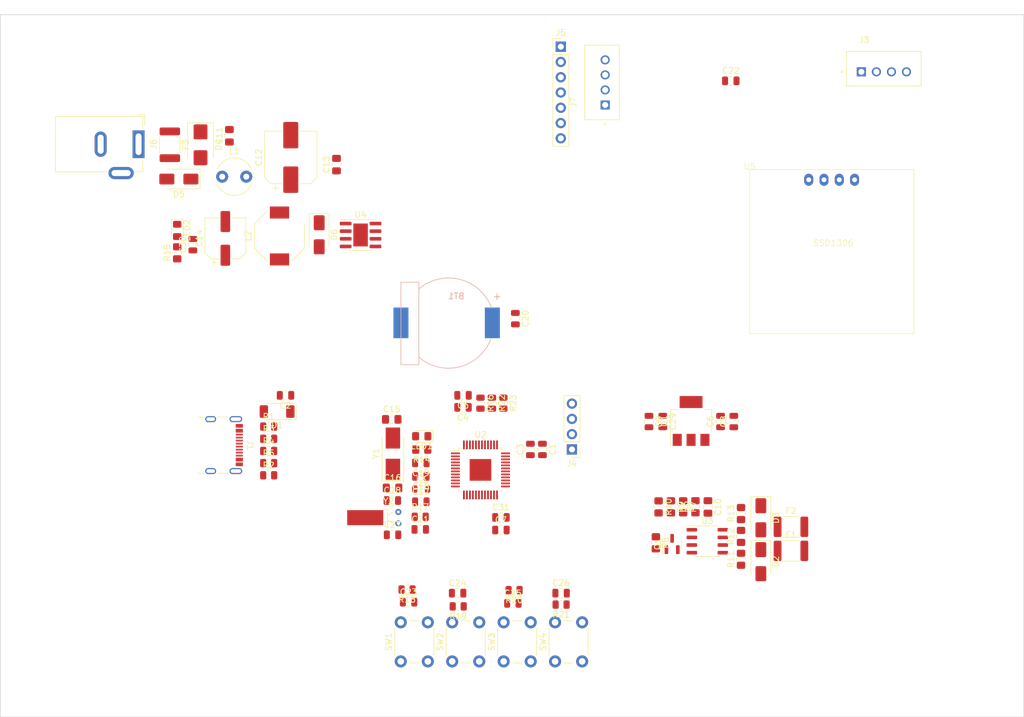
<source format=kicad_pcb>
(kicad_pcb (version 20221018) (generator pcbnew)
  (layers (0 "F.Cu" signal) (31 "B.Cu" signal) (34 "B.Paste" user) (35 "F.Paste" user) (36 "B.SilkS" user "B.Silkscreen") (37 "F.SilkS" user "F.Silkscreen") (38 "B.Mask" user) (39 "F.Mask" user) (44 "Edge.Cuts" user))
  (net 0 "")
  (net 1 "Net-(BT1-+)")
  (net 2 "GND")
  (net 3 "+3V3")
  (net 4 "+3.3V")
  (net 5 "Net-(D5-K)")
  (net 6 "Net-(U4-Vi)")
  (net 7 "+5V")
  (net 8 "/XTALIN")
  (net 9 "/XTALOUT")
  (net 10 "Net-(U2-VDDA)")
  (net 11 "Net-(U2-NRST)")
  (net 12 "/BTN_UP")
  (net 13 "/BTN_DOWN")
  (net 14 "/BTN_SELECT")
  (net 15 "/BTN_OK")
  (net 16 "Net-(D2-A1)")
  (net 17 "Net-(D3-A2)")
  (net 18 "Net-(D4-A2)")
  (net 19 "Net-(D6-K)")
  (net 20 "/+A")
  (net 21 "/-B")
  (net 22 "Net-(D1-A)")
  (net 23 "Net-(J1-CC1)")
  (net 24 "Net-(J1-D+-PadA6)")
  (net 25 "Net-(J1-D--PadA7)")
  (net 27 "Net-(J1-CC2)")
  (net 31 "/BLINK")
  (net 32 "Net-(LED1-A)")
  (net 33 "Net-(LED2-A)")
  (net 34 "Net-(Q1-B)")
  (net 35 "Net-(Q1-C)")
  (net 36 "/UART0_RXD")
  (net 37 "Net-(U3-RO)")
  (net 38 "/UART0_TXD")
  (net 39 "Net-(U2-BOOT0)")
  (net 40 "/XTA32IN")
  (net 41 "/XTA32OUT")
  (net 42 "/ADC1_IN0")
  (net 43 "/ADC1_IN1")
  (net 47 "/SPI1_SCK")
  (net 48 "/SPI1_MISO")
  (net 49 "/SPI1_MOSI")
  (net 50 "/SPI1_CS1")
  (net 51 "/SPI1_CS2")
  (net 55 "/PWM1")
  (net 58 "/SWDIO")
  (net 59 "/SWCLK")
  (net 66 "Earth")
  (net 67 "/I2C1_SCL")
  (net 68 "/I2C1_SDA")
  (net 69 "/USB_DIS")
  (net 70 "/USB_DM")
  (net 71 "/USB_DP")
  (net 72 "+12V")
  (footprint "Capacitor_SMD:C_0805_2012Metric" (layer "F.Cu") (at 183.2875 93.2)
    (fp_text reference "C17" (at 0 -1.68) (layer "F.SilkS"))
    (fp_text value "100nF")
    (pad "1" smd roundrect (at -0.95 0) (size 1 1.45) (layers "F.Cu" "F.Paste" "F.Mask") (net 3 "+3V3"))
    (pad "2" smd roundrect (at 0.95 0) (size 1 1.45) (layers "F.Cu" "F.Paste" "F.Mask") (net 2 "GND"))
  )
  (footprint "Capacitor_SMD:C_0805_2012Metric" (layer "F.Cu") (at 233.1 79.8625 90)
    (fp_text reference "C6" (at 0 -1.68 90) (layer "F.SilkS"))
    (fp_text value "10uF")
    (pad "1" smd roundrect (at -0.95 0 90) (size 1 1.45) (layers "F.Cu" "F.Paste" "F.Mask") (net 7 "+5V"))
    (pad "2" smd roundrect (at 0.95 0 90) (size 1 1.45) (layers "F.Cu" "F.Paste" "F.Mask") (net 2 "GND"))
  )
  (footprint "Capacitor_SMD:C_0805_2012Metric" (layer "F.Cu") (at 178.5875 98.7)
    (fp_text reference "C27" (at 0 -1.68) (layer "F.SilkS"))
    (fp_text value "10pF")
    (pad "1" smd roundrect (at -0.95 0) (size 1 1.45) (layers "F.Cu" "F.Paste" "F.Mask") (net 2 "GND"))
    (pad "2" smd roundrect (at 0.95 0) (size 1 1.45) (layers "F.Cu" "F.Paste" "F.Mask") (net 40 "/XTA32IN"))
  )
  (footprint "Lib_Hien:SSD1306" (layer "F.Cu") (at 237.95 37.95)
    (fp_text reference "U5" (at 0 -0.5 unlocked) (layer "F.SilkS") (effects (font (thickness 0.1))))
    (fp_text value "~")
    (fp_text user "SSD1306" (at 10.47 12.81 unlocked) (layer "F.SilkS") (effects (font (thickness 0.1)) (justify left bottom)))
    (pad "1" thru_hole oval (at 9.8 1.7) (size 1.5 2) (drill 0.8) (layers "*.Cu" "*.Mask") (net 2 "GND"))
    (pad "2" thru_hole oval (at 12.34 1.7) (size 1.5 2) (drill 0.8) (layers "*.Cu" "*.Mask") (net 3 "+3V3"))
    (pad "3" thru_hole oval (at 14.88 1.7) (size 1.5 2) (drill 0.8) (layers "*.Cu" "*.Mask") (net 67 "/I2C1_SCL"))
    (pad "4" thru_hole oval (at 17.42 1.7) (size 1.5 2) (drill 0.8) (layers "*.Cu" "*.Mask") (net 68 "/I2C1_SDA"))
  )
  (footprint "Resistor_SMD:R_0805_2012Metric_Pad1.20x1.40mm_HandSolder" (layer "F.Cu") (at 228.9275 94.0325 90)
    (fp_text reference "R6" (at 0 -1.65 90) (layer "F.SilkS"))
    (fp_text value "10K")
    (pad "1" smd roundrect (at -1 0 90) (size 1.2 1.4) (layers "F.Cu" "F.Paste" "F.Mask") (roundrect_rratio 0.208333) (net 2 "GND"))
    (pad "2" smd roundrect (at 1 0 90) (size 1.2 1.4) (layers "F.Cu" "F.Paste" "F.Mask") (roundrect_rratio 0.208333) (net 36 "/UART0_RXD"))
  )
  (footprint "Button_Switch_THT:SW_PUSH_6mm_H7.3mm" (layer "F.Cu") (at 205.6 119.75 90)
    (fp_text reference "SW4" (at 3.25 -2 90) (layer "F.SilkS"))
    (fp_text value "SW_Push")
    (pad "1" thru_hole circle (at 0 0 180) (size 2 2) (drill 1.1) (layers "*.Cu" "*.Mask") (net 15 "/BTN_OK"))
    (pad "1" thru_hole circle (at 6.5 0 180) (size 2 2) (drill 1.1) (layers "*.Cu" "*.Mask") (net 15 "/BTN_OK"))
    (pad "2" thru_hole circle (at 0 4.5 180) (size 2 2) (drill 1.1) (layers "*.Cu" "*.Mask") (net 2 "GND"))
    (pad "2" thru_hole circle (at 6.5 4.5 180) (size 2 2) (drill 1.1) (layers "*.Cu" "*.Mask") (net 2 "GND"))
  )
  (footprint "Diode_SMD:D_SMA" (layer "F.Cu") (at 143.075 39.535 180)
    (fp_text reference "D5" (at 0 -2.5) (layer "F.SilkS"))
    (fp_text value "1N4007_M7")
    (pad "1" smd roundrect (at -2 0 180) (size 2.5 1.8) (layers "F.Cu" "F.Paste" "F.Mask") (roundrect_rratio 0.1388888889) (net 5 "Net-(D5-K)"))
    (pad "2" smd roundrect (at 2 0 180) (size 2.5 1.8) (layers "F.Cu" "F.Paste" "F.Mask") (roundrect_rratio 0.1388888889) (net 18 "Net-(D4-A2)"))
  )
  (footprint "Capacitor_SMD:C_0805_2012Metric" (layer "F.Cu") (at 189.4 108.4)
    (fp_text reference "C24" (at 0 -1.68) (layer "F.SilkS"))
    (fp_text value "100nF")
    (pad "1" smd roundrect (at -0.95 0) (size 1 1.45) (layers "F.Cu" "F.Paste" "F.Mask") (net 13 "/BTN_DOWN"))
    (pad "2" smd roundrect (at 0.95 0) (size 1 1.45) (layers "F.Cu" "F.Paste" "F.Mask") (net 2 "GND"))
  )
  (footprint "Resistor_SMD:R_0805_2012Metric" (layer "F.Cu") (at 189.5 110.6 180)
    (fp_text reference "R19" (at 0 -1.65) (layer "F.SilkS"))
    (fp_text value "10K")
    (pad "1" smd roundrect (at -0.9125 0 180) (size 1.025 1.4) (layers "F.Cu" "F.Paste" "F.Mask") (roundrect_rratio 0.243902) (net 4 "+3.3V"))
    (pad "2" smd roundrect (at 0.9125 0 180) (size 1.025 1.4) (layers "F.Cu" "F.Paste" "F.Mask") (roundrect_rratio 0.243902) (net 13 "/BTN_DOWN"))
  )
  (footprint "Button_Switch_THT:SW_PUSH_6mm_H7.3mm" (layer "F.Cu") (at 179.95 119.75 90)
    (fp_text reference "SW1" (at 3.25 -2 90) (layer "F.SilkS"))
    (fp_text value "SW_Push")
    (pad "1" thru_hole circle (at 0 0 180) (size 2 2) (drill 1.1) (layers "*.Cu" "*.Mask") (net 12 "/BTN_UP"))
    (pad "1" thru_hole circle (at 6.5 0 180) (size 2 2) (drill 1.1) (layers "*.Cu" "*.Mask") (net 12 "/BTN_UP"))
    (pad "2" thru_hole circle (at 0 4.5 180) (size 2 2) (drill 1.1) (layers "*.Cu" "*.Mask") (net 2 "GND"))
    (pad "2" thru_hole circle (at 6.5 4.5 180) (size 2 2) (drill 1.1) (layers "*.Cu" "*.Mask") (net 2 "GND"))
  )
  (footprint "Resistor_SMD:R_0805_2012Metric_Pad1.20x1.40mm_HandSolder" (layer "F.Cu") (at 222.8 94.055 -90)
    (fp_text reference "R10" (at 0 -1.65 90) (layer "F.SilkS"))
    (fp_text value "10K")
    (pad "1" smd roundrect (at -1 0 270) (size 1.2 1.4) (layers "F.Cu" "F.Paste" "F.Mask") (roundrect_rratio 0.208333) (net 4 "+3.3V"))
    (pad "2" smd roundrect (at 1 0 270) (size 1.2 1.4) (layers "F.Cu" "F.Paste" "F.Mask") (roundrect_rratio 0.208333) (net 35 "Net-(Q1-C)"))
  )
  (footprint "Capacitor_SMD:C_0805_2012Metric" (layer "F.Cu") (at 198.5875 110.1)
    (fp_text reference "C25" (at 0 -1.68) (layer "F.SilkS"))
    (fp_text value "100nF")
    (pad "1" smd roundrect (at -0.95 0) (size 1 1.45) (layers "F.Cu" "F.Paste" "F.Mask") (net 14 "/BTN_SELECT"))
    (pad "2" smd roundrect (at 0.95 0) (size 1 1.45) (layers "F.Cu" "F.Paste" "F.Mask") (net 2 "GND"))
  )
  (footprint "Crystal:Crystal_SMD_5032-2Pin_5.0x3.2mm_HandSoldering" (layer "F.Cu") (at 178.65 85.2 90)
    (fp_text reference "Y1" (at 0 -2.8 90) (layer "F.SilkS"))
    (fp_text value "8MHz")
    (pad "1" smd rect (at -2.6 0 90) (size 3.5 2.4) (layers "F.Cu" "F.Paste" "F.Mask") (net 9 "/XTALOUT"))
    (pad "2" smd rect (at 2.6 0 90) (size 3.5 2.4) (layers "F.Cu" "F.Paste" "F.Mask") (net 8 "/XTALIN"))
  )
  (footprint "Capacitor_SMD:C_0805_2012Metric" (layer "F.Cu") (at 223.5 79.8625 -90)
    (fp_text reference "C29" (at 0 -1.68 90) (layer "F.SilkS"))
    (fp_text value "10uF")
    (pad "1" smd roundrect (at -0.95 0 270) (size 1 1.45) (layers "F.Cu" "F.Paste" "F.Mask") (net 3 "+3V3"))
    (pad "2" smd roundrect (at 0.95 0 270) (size 1 1.45) (layers "F.Cu" "F.Paste" "F.Mask") (net 2 "GND"))
  )
  (footprint "Capacitor_SMD:C_0805_2012Metric" (layer "F.Cu") (at 183.1875 97.8)
    (fp_text reference "C21" (at 0 -1.68) (layer "F.SilkS"))
    (fp_text value "100nF")
    (pad "1" smd roundrect (at -0.95 0) (size 1 1.45) (layers "F.Cu" "F.Paste" "F.Mask") (net 2 "GND"))
    (pad "2" smd roundrect (at 0.95 0) (size 1 1.45) (layers "F.Cu" "F.Paste" "F.Mask") (net 11 "Net-(U2-NRST)"))
  )
  (footprint "Capacitor_SMD:C_0805_2012Metric" (layer "F.Cu") (at 206.6 108.4)
    (fp_text reference "C26" (at 0 -1.68) (layer "F.SilkS"))
    (fp_text value "100nF")
    (pad "1" smd roundrect (at -0.95 0) (size 1 1.45) (layers "F.Cu" "F.Paste" "F.Mask") (net 15 "/BTN_OK"))
    (pad "2" smd roundrect (at 0.95 0) (size 1 1.45) (layers "F.Cu" "F.Paste" "F.Mask") (net 2 "GND"))
  )
  (footprint "Resistor_SMD:R_0805_2012Metric" (layer "F.Cu") (at 158 80.7)
    (fp_text reference "R1" (at 0 -1.65) (layer "F.SilkS"))
    (fp_text value "5.1k")
    (pad "1" smd roundrect (at -0.9125 0) (size 1.025 1.4) (layers "F.Cu" "F.Paste" "F.Mask") (roundrect_rratio 0.243902) (net 23 "Net-(J1-CC1)"))
    (pad "2" smd roundrect (at 0.9125 0) (size 1.025 1.4) (layers "F.Cu" "F.Paste" "F.Mask") (roundrect_rratio 0.243902) (net 2 "GND"))
  )
  (footprint "Package_SO:SO-8_3.9x4.9mm_P1.27mm" (layer "F.Cu") (at 230.9 99.7625)
    (fp_text reference "U3" (at 0 -3.4) (layer "F.SilkS"))
    (fp_text value "MAX485")
    (pad "1" smd roundrect (at -2.575 -1.905) (size 1.75 0.6) (layers "F.Cu" "F.Paste" "F.Mask") (net 37 "Net-(U3-RO)"))
    (pad "2" smd roundrect (at -2.575 -0.635) (size 1.75 0.6) (layers "F.Cu" "F.Paste" "F.Mask") (net 35 "Net-(Q1-C)"))
    (pad "3" smd roundrect (at -2.575 0.635) (size 1.75 0.6) (layers "F.Cu" "F.Paste" "F.Mask") (net 35 "Net-(Q1-C)"))
    (pad "4" smd roundrect (at -2.575 1.905) (size 1.75 0.6) (layers "F.Cu" "F.Paste" "F.Mask") (net 66 "Earth"))
    (pad "5" smd roundrect (at 2.575 1.905) (size 1.75 0.6) (layers "F.Cu" "F.Paste" "F.Mask") (net 2 "GND"))
    (pad "6" smd roundrect (at 2.575 0.635) (size 1.75 0.6) (layers "F.Cu" "F.Paste" "F.Mask") (net 16 "Net-(D2-A1)"))
    (pad "7" smd roundrect (at 2.575 -0.635) (size 1.75 0.6) (layers "F.Cu" "F.Paste" "F.Mask") (net 17 "Net-(D3-A2)"))
    (pad "8" smd roundrect (at 2.575 -1.905) (size 1.75 0.6) (layers "F.Cu" "F.Paste" "F.Mask") (net 4 "+3.3V"))
  )
  (footprint "Resistor_SMD:R_0805_2012Metric" (layer "F.Cu") (at 158 82.725)
    (fp_text reference "R3" (at 0 -1.65) (layer "F.SilkS"))
    (fp_text value "1.5k")
    (pad "1" smd roundrect (at -0.9125 0) (size 1.025 1.4) (layers "F.Cu" "F.Paste" "F.Mask") (roundrect_rratio 0.243902) (net 24 "Net-(J1-D+-PadA6)"))
    (pad "2" smd roundrect (at 0.9125 0) (size 1.025 1.4) (layers "F.Cu" "F.Paste" "F.Mask") (roundrect_rratio 0.243902) (net 69 "/USB_DIS"))
  )
  (footprint "Connector_BarrelJack:BarrelJack_GCT_DCJ200-10-A_Horizontal" (layer "F.Cu") (at 136.375 33.735 -90)
    (fp_text reference "J6" (at 0 -2.5 90) (layer "F.SilkS"))
    (fp_text value "Jack-DC")
    (pad "1" thru_hole rect (at 0 0 270) (size 4.6 2) (drill oval 3.6 1) (layers "*.Cu" "*.Mask") (net 72 "+12V"))
    (pad "2" thru_hole oval (at 0 6.3 270) (size 4.2 2) (drill oval 3.2 1) (layers "*.Cu" "*.Mask") (net 2 "GND"))
    (pad "3" thru_hole oval (at 4.8 2.9 270) (size 2 4.2) (drill oval 1 3.2) (layers "*.Cu" "*.Mask"))
  )
  (footprint "Capacitor_SMD:CP_Elec_6.3x9.9" (layer "F.Cu") (at 150.8 49.4 90)
    (fp_text reference "C14" (at 0 -4.35 90) (layer "F.SilkS"))
    (fp_text value "180uF_35v")
    (pad "1" smd roundrect (at -2.8 0 90) (size 3.5 1.6) (layers "F.Cu" "F.Paste" "F.Mask") (roundrect_rratio 0.15625) (net 7 "+5V"))
    (pad "2" smd roundrect (at 2.8 0 90) (size 3.5 1.6) (layers "F.Cu" "F.Paste" "F.Mask") (roundrect_rratio 0.15625) (net 2 "GND"))
  )
  (footprint "Crystal:Crystal_DS26_D2.0mm_L6.0mm_Horizontal_1EP_style1" (layer "F.Cu") (at 179.55 94.9 -90)
    (fp_text reference "Y2" (at -1.82 1.625) (layer "F.SilkS"))
    (fp_text value "8MHz")
    (pad "1" thru_hole circle (at 0 0 270) (size 1 1) (drill 0.5) (layers "*.Cu" "*.Mask") (net 41 "/XTA32OUT"))
    (pad "2" thru_hole circle (at 1.9 0 270) (size 1 1) (drill 0.5) (layers "*.Cu" "*.Mask") (net 40 "/XTA32IN"))
    (pad "3" smd rect (at 0.95 5.5 270) (size 2.5 6) (layers "F.Cu" "F.Paste" "F.Mask"))
  )
  (footprint "Capacitor_SMD:C_0805_2012Metric" (layer "F.Cu") (at 234.8 23.2)
    (fp_text reference "C22" (at 0 -1.68) (layer "F.SilkS"))
    (fp_text value "100nF")
    (pad "1" smd roundrect (at -0.95 0) (size 1 1.45) (layers "F.Cu" "F.Paste" "F.Mask") (net 2 "GND"))
    (pad "2" smd roundrect (at 0.95 0) (size 1 1.45) (layers "F.Cu" "F.Paste" "F.Mask") (net 3 "+3V3"))
  )
  (footprint "Capacitor_SMD:C_0805_2012Metric" (layer "F.Cu") (at 199 62.75 -90)
    (fp_text reference "C20" (at 0 -1.68 90) (layer "F.SilkS"))
    (fp_text value "100nF")
    (pad "1" smd roundrect (at -0.95 0 270) (size 1 1.45) (layers "F.Cu" "F.Paste" "F.Mask") (net 2 "GND"))
    (pad "2" smd roundrect (at 0.95 0 270) (size 1 1.45) (layers "F.Cu" "F.Paste" "F.Mask") (net 1 "Net-(BT1-+)"))
  )
  (footprint "Diode_SMD:D_SOD-128" (layer "F.Cu") (at 159.4 78.2 180)
    (fp_text reference "D1" (at 0 -2.25) (layer "F.SilkS"))
    (fp_text value "SS2x_SMA")
    (pad "1" smd roundrect (at -2.2 0 180) (size 1.4 2.1) (layers "F.Cu" "F.Paste" "F.Mask") (roundrect_rratio 0.1785714286) (net 7 "+5V"))
    (pad "2" smd roundrect (at 2.2 0 180) (size 1.4 2.1) (layers "F.Cu" "F.Paste" "F.Mask") (roundrect_rratio 0.1785714286) (net 22 "Net-(D1-A)"))
  )
  (footprint "Capacitor_SMD:C_0805_2012Metric" (layer "F.Cu") (at 181.25 109.9)
    (fp_text reference "C23" (at 0 -1.68) (layer "F.SilkS"))
    (fp_text value "100nF")
    (pad "1" smd roundrect (at -0.95 0) (size 1 1.45) (layers "F.Cu" "F.Paste" "F.Mask") (net 12 "/BTN_UP"))
    (pad "2" smd roundrect (at 0.95 0) (size 1 1.45) (layers "F.Cu" "F.Paste" "F.Mask") (net 2 "GND"))
  )
  (footprint "Button_Switch_THT:SW_PUSH_6mm_H7.3mm" (layer "F.Cu") (at 197.05 119.75 90)
    (fp_text reference "SW3" (at 3.25 -2 90) (layer "F.SilkS"))
    (fp_text value "SW_Push")
    (pad "1" thru_hole circle (at 0 0 180) (size 2 2) (drill 1.1) (layers "*.Cu" "*.Mask") (net 14 "/BTN_SELECT"))
    (pad "1" thru_hole circle (at 6.5 0 180) (size 2 2) (drill 1.1) (layers "*.Cu" "*.Mask") (net 14 "/BTN_SELECT"))
    (pad "2" thru_hole circle (at 0 4.5 180) (size 2 2) (drill 1.1) (layers "*.Cu" "*.Mask") (net 2 "GND"))
    (pad "2" thru_hole circle (at 6.5 4.5 180) (size 2 2) (drill 1.1) (layers "*.Cu" "*.Mask") (net 2 "GND"))
  )
  (footprint "Resistor_SMD:R_0805_2012Metric_Pad1.20x1.40mm_HandSolder" (layer "F.Cu") (at 226.885 94.04 -90)
    (fp_text reference "R7" (at 0 -1.65 90) (layer "F.SilkS"))
    (fp_text value "4.7K")
    (pad "1" smd roundrect (at -1 0 270) (size 1.2 1.4) (layers "F.Cu" "F.Paste" "F.Mask") (roundrect_rratio 0.208333) (net 36 "/UART0_RXD"))
    (pad "2" smd roundrect (at 1 0 270) (size 1.2 1.4) (layers "F.Cu" "F.Paste" "F.Mask") (roundrect_rratio 0.208333) (net 37 "Net-(U3-RO)"))
  )
  (footprint "Resistor_SMD:R_0805_2012Metric_Pad1.20x1.40mm_HandSolder" (layer "F.Cu") (at 236.5 95.1625 90)
    (fp_text reference "R13" (at 0 -1.65 90) (layer "F.SilkS"))
    (fp_text value "4.7K")
    (pad "1" smd roundrect (at -1 0 90) (size 1.2 1.4) (layers "F.Cu" "F.Paste" "F.Mask") (roundrect_rratio 0.208333) (net 17 "Net-(D3-A2)"))
    (pad "2" smd roundrect (at 1 0 90) (size 1.2 1.4) (layers "F.Cu" "F.Paste" "F.Mask") (roundrect_rratio 0.208333) (net 2 "GND"))
  )
  (footprint "Capacitor_SMD:C_0805_2012Metric" (layer "F.Cu") (at 201.5 84.5 90)
    (fp_text reference "C3" (at 0 -1.68 90) (layer "F.SilkS"))
    (fp_text value "100nF")
    (pad "1" smd roundrect (at -0.95 0 90) (size 1 1.45) (layers "F.Cu" "F.Paste" "F.Mask") (net 2 "GND"))
    (pad "2" smd roundrect (at 0.95 0 90) (size 1 1.45) (layers "F.Cu" "F.Paste" "F.Mask") (net 3 "+3V3"))
  )
  (footprint "Resistor_SMD:R_0805_2012Metric" (layer "F.Cu") (at 198.7875 107.9 180)
    (fp_text reference "R20" (at 0 -1.65) (layer "F.SilkS"))
    (fp_text value "10K")
    (pad "1" smd roundrect (at -0.9125 0 180) (size 1.025 1.4) (layers "F.Cu" "F.Paste" "F.Mask") (roundrect_rratio 0.243902) (net 4 "+3.3V"))
    (pad "2" smd roundrect (at 0.9125 0 180) (size 1.025 1.4) (layers "F.Cu" "F.Paste" "F.Mask") (roundrect_rratio 0.243902) (net 14 "/BTN_SELECT"))
  )
  (footprint "Package_TO_SOT_SMD:SOT-223" (layer "F.Cu") (at 228.2 79.7625 90)
    (fp_text reference "U1" (at 0 -4.5 90) (layer "F.SilkS"))
    (fp_text value "ASM1117-3V3")
    (pad "1" smd rect (at -3.15 -2.3 90) (size 2 1.5) (layers "F.Cu" "F.Paste" "F.Mask") (net 2 "GND"))
    (pad "2" smd rect (at -3.15 0 90) (size 2 1.5) (layers "F.Cu" "F.Paste" "F.Mask") (net 3 "+3V3"))
    (pad "3" smd rect (at -3.15 2.3 90) (size 2 1.5) (layers "F.Cu" "F.Paste" "F.Mask") (net 7 "+5V"))
    (pad "4" smd rect (at 3.15 0 90) (size 2 3.8) (layers "F.Cu" "F.Paste" "F.Mask") (net 3 "+3V3"))
  )
  (footprint "Package_TO_SOT_SMD:SOT-23" (layer "F.Cu") (at 225.05 100.225 90)
    (fp_text reference "Q1" (at 0 -2.4 90) (layer "F.SilkS"))
    (fp_text value "2SC1815-HF")
    (pad "1" smd roundrect (at -0.9375 -0.95 90) (size 1.475 0.6) (layers "F.Cu" "F.Paste" "F.Mask") (net 34 "Net-(Q1-B)"))
    (pad "2" smd roundrect (at -0.9375 0.95 90) (size 1.475 0.6) (layers "F.Cu" "F.Paste" "F.Mask") (net 2 "GND"))
    (pad "3" smd roundrect (at 0.9375 0 90) (size 1.475 0.6) (layers "F.Cu" "F.Paste" "F.Mask") (net 35 "Net-(Q1-C)"))
  )
  (footprint "Fuse:Fuse_1812_4532Metric_Pad1.30x3.40mm_HandSolder" (layer "F.Cu") (at 244.8 101.3625)
    (fp_text reference "F1" (at 0 -2.65) (layer "F.SilkS"))
    (fp_text value "Fuse")
    (pad "1" smd roundrect (at -2.225 0) (size 1.3 3.4) (layers "F.Cu" "F.Paste" "F.Mask") (roundrect_rratio 0.192308) (net 16 "Net-(D2-A1)"))
    (pad "2" smd roundrect (at 2.225 0) (size 1.3 3.4) (layers "F.Cu" "F.Paste" "F.Mask") (roundrect_rratio 0.192308) (net 20 "/+A"))
  )
  (footprint "Resistor_SMD:R_0805_2012Metric_Pad1.20x1.40mm_HandSolder" (layer "F.Cu") (at 142.8 51.8 90)
    (fp_text reference "R15" (at 0 -1.65 90) (layer "F.SilkS"))
    (fp_text value "1K")
    (pad "1" smd roundrect (at -1 0 90) (size 1.2 1.4) (layers "F.Cu" "F.Paste" "F.Mask") (roundrect_rratio 0.208333) (net 7 "+5V"))
    (pad "2" smd roundrect (at 1 0 90) (size 1.2 1.4) (layers "F.Cu" "F.Paste" "F.Mask") (roundrect_rratio 0.208333) (net 33 "Net-(LED2-A)"))
  )
  (footprint "LED_SMD:LED_0805_2012Metric_Pad1.15x1.40mm_HandSolder" (layer "F.Cu") (at 142.8 48.075 -90)
    (fp_text reference "LED2" (at 0 -1.65 90) (layer "F.SilkS"))
    (fp_text value "BLUE")
    (pad "1" smd roundrect (at -1.025 0 270) (size 1.15 1.4) (layers "F.Cu" "F.Paste" "F.Mask") (roundrect_rratio 0.217391) (net 2 "GND"))
    (pad "2" smd roundrect (at 1.025 0 270) (size 1.15 1.4) (layers "F.Cu" "F.Paste" "F.Mask") (roundrect_rratio 0.217391) (net 33 "Net-(LED2-A)"))
  )
  (footprint "Resistor_SMD:R_0805_2012Metric_Pad1.20x1.40mm_HandSolder" (layer "F.Cu") (at 224.8425 94.0475 -90)
    (fp_text reference "R9" (at 0 -1.65 90) (layer "F.SilkS"))
    (fp_text value "10K")
    (pad "1" smd roundrect (at -1 0 270) (size 1.2 1.4) (layers "F.Cu" "F.Paste" "F.Mask") (roundrect_rratio 0.208333) (net 4 "+3.3V"))
    (pad "2" smd roundrect (at 1 0 270) (size 1.2 1.4) (layers "F.Cu" "F.Paste" "F.Mask") (roundrect_rratio 0.208333) (net 37 "Net-(U3-RO)"))
  )
  (footprint "Resistor_SMD:R_0805_2012Metric" (layer "F.Cu") (at 206.6 110.3 180)
    (fp_text reference "R21" (at 0 -1.65) (layer "F.SilkS"))
    (fp_text value "10K")
    (pad "1" smd roundrect (at -0.9125 0 180) (size 1.025 1.4) (layers "F.Cu" "F.Paste" "F.Mask") (roundrect_rratio 0.243902) (net 4 "+3.3V"))
    (pad "2" smd roundrect (at 0.9125 0 180) (size 1.025 1.4) (layers "F.Cu" "F.Paste" "F.Mask") (roundrect_rratio 0.243902) (net 15 "/BTN_OK"))
  )
  (footprint "Capacitor_SMD:C_0805_2012Metric" (layer "F.Cu") (at 203.5 84.5 -90)
    (fp_text reference "C1" (at 0 -1.68 90) (layer "F.SilkS"))
    (fp_text value "10uF")
    (pad "1" smd roundrect (at -0.95 0 270) (size 1 1.45) (layers "F.Cu" "F.Paste" "F.Mask") (net 3 "+3V3"))
    (pad "2" smd roundrect (at 0.95 0 270) (size 1 1.45) (layers "F.Cu" "F.Paste" "F.Mask") (net 2 "GND"))
  )
  (footprint "Capacitor_SMD:C_0805_2012Metric" (layer "F.Cu") (at 190.3 75.5 180)
    (fp_text reference "C5" (at 0 -1.68) (layer "F.SilkS"))
    (fp_text value "100nF")
    (pad "1" smd roundrect (at -0.95 0 180) (size 1 1.45) (layers "F.Cu" "F.Paste" "F.Mask") (net 2 "GND"))
    (pad "2" smd roundrect (at 0.95 0 180) (size 1 1.45) (layers "F.Cu" "F.Paste" "F.Mask") (net 3 "+3V3"))
  )
  (footprint "Diode_SMD:D_SMA" (layer "F.Cu") (at 239.8 103.1625 -90)
    (fp_text reference "D2" (at 0 -2.5 90) (layer "F.SilkS"))
    (fp_text value "D_TVS")
    (pad "1" smd roundrect (at -2 0 270) (size 2.5 1.8) (layers "F.Cu" "F.Paste" "F.Mask") (roundrect_rratio 0.1388888889) (net 16 "Net-(D2-A1)"))
    (pad "2" smd roundrect (at 2 0 270) (size 2.5 1.8) (layers "F.Cu" "F.Paste" "F.Mask") (roundrect_rratio 0.1388888889) (net 2 "GND"))
  )
  (footprint "Diode_SMD:D_SMA" (layer "F.Cu") (at 239.8 95.8625 -90)
    (fp_text reference "D3" (at 0 -2.5 90) (layer "F.SilkS"))
    (fp_text value "D_TVS")
    (pad "1" smd roundrect (at -2 0 270) (size 2.5 1.8) (layers "F.Cu" "F.Paste" "F.Mask") (roundrect_rratio 0.1388888889) (net 2 "GND"))
    (pad "2" smd roundrect (at 2 0 270) (size 2.5 1.8) (layers "F.Cu" "F.Paste" "F.Mask") (roundrect_rratio 0.1388888889) (net 17 "Net-(D3-A2)"))
  )
  (footprint "Capacitor_SMD:C_0805_2012Metric" (layer "F.Cu") (at 196.6 97.9)
    (fp_text reference "C7" (at 0 -1.68) (layer "F.SilkS"))
    (fp_text value "100nF")
    (pad "1" smd roundrect (at -0.95 0) (size 1 1.45) (layers "F.Cu" "F.Paste" "F.Mask") (net 2 "GND"))
    (pad "2" smd roundrect (at 0.95 0) (size 1 1.45) (layers "F.Cu" "F.Paste" "F.Mask") (net 3 "+3V3"))
  )
  (footprint "Resistor_SMD:R_0805_2012Metric" (layer "F.Cu") (at 158 86.775)
    (fp_text reference "R5" (at 0 -1.65) (layer "F.SilkS"))
    (fp_text value "22R")
    (pad "1" smd roundrect (at -0.9125 0) (size 1.025 1.4) (layers "F.Cu" "F.Paste" "F.Mask") (roundrect_rratio 0.243902) (net 24 "Net-(J1-D+-PadA6)"))
    (pad "2" smd roundrect (at 0.9125 0) (size 1.025 1.4) (layers "F.Cu" "F.Paste" "F.Mask") (roundrect_rratio 0.243902) (net 71 "/USB_DP"))
  )
  (footprint "Capacitor_SMD:C_0805_2012Metric" (layer "F.Cu") (at 145.4 50.45 90)
    (fp_text reference "C30" (at 0 -1.68 90) (layer "F.SilkS"))
    (fp_text value "100nF")
    (pad "1" smd roundrect (at -0.95 0 90) (size 1 1.45) (layers "F.Cu" "F.Paste" "F.Mask") (net 7 "+5V"))
    (pad "2" smd roundrect (at 0.95 0 90) (size 1 1.45) (layers "F.Cu" "F.Paste" "F.Mask") (net 2 "GND"))
  )
  (footprint "Fuse:Fuse_1812_4532Metric_Pad1.30x3.40mm_HandSolder" (layer "F.Cu") (at 141.575 33.835 -90)
    (fp_text reference "F3" (at 0 -2.65 90) (layer "F.SilkS"))
    (fp_text value "Polyfuse")
    (pad "1" smd roundrect (at -2.225 0 270) (size 1.3 3.4) (layers "F.Cu" "F.Paste" "F.Mask") (roundrect_rratio 0.192308) (net 72 "+12V"))
    (pad "2" smd roundrect (at 2.225 0 270) (size 1.3 3.4) (layers "F.Cu" "F.Paste" "F.Mask") (roundrect_rratio 0.192308) (net 18 "Net-(D4-A2)"))
  )
  (footprint "Capacitor_SMD:C_0805_2012Metric" (layer "F.Cu") (at 221.2 79.8625 -90)
    (fp_text reference "C9" (at 0 -1.68 90) (layer "F.SilkS"))
    (fp_text value "100nF")
    (pad "1" smd roundrect (at -0.95 0 270) (size 1 1.45) (layers "F.Cu" "F.Paste" "F.Mask") (net 3 "+3V3"))
    (pad "2" smd roundrect (at 0.95 0 270) (size 1 1.45) (layers "F.Cu" "F.Paste" "F.Mask") (net 2 "GND"))
  )
  (footprint "Inductor_THT:L_Radial_D6.0mm_P4.00mm" (layer "F.Cu") (at 150.275 39.135)
    (fp_text reference "L1" (at 2 -4.25) (layer "F.SilkS"))
    (fp_text value "L_Ferrite")
    (pad "1" thru_hole circle (at 0 0) (size 2 2) (drill 1) (layers "*.Cu" "*.Mask") (net 5 "Net-(D5-K)"))
    (pad "2" thru_hole circle (at 4 0) (size 2 2) (drill 1) (layers "*.Cu" "*.Mask") (net 6 "Net-(U4-Vi)"))
  )
  (footprint "Package_QFP:LQFP-48-1EP_7x7mm_P0.5mm_EP3.6x3.6mm" (layer "F.Cu") (at 193.2 87.9)
    (fp_text reference "U2" (at 0 -5.85) (layer "F.SilkS"))
    (fp_text value "STM32F103C8Tx")
    (pad "1" smd roundrect (at -4.1625 -2.75) (size 1.475 0.3) (layers "F.Cu" "F.Paste" "F.Mask") (net 1 "Net-(BT1-+)"))
    (pad "2" smd roundrect (at -4.1625 -2.25) (size 1.475 0.3) (layers "F.Cu" "F.Paste" "F.Mask") (net 31 "/BLINK"))
    (pad "3" smd roundrect (at -4.1625 -1.75) (size 1.475 0.3) (layers "F.Cu" "F.Paste" "F.Mask") (net 40 "/XTA32IN"))
    (pad "4" smd roundrect (at -4.1625 -1.25) (size 1.475 0.3) (layers "F.Cu" "F.Paste" "F.Mask") (net 41 "/XTA32OUT"))
    (pad "5" smd roundrect (at -4.1625 -0.75) (size 1.475 0.3) (layers "F.Cu" "F.Paste" "F.Mask") (net 8 "/XTALIN"))
    (pad "6" smd roundrect (at -4.1625 -0.25) (size 1.475 0.3) (layers "F.Cu" "F.Paste" "F.Mask") (net 9 "/XTALOUT"))
    (pad "7" smd roundrect (at -4.1625 0.25) (size 1.475 0.3) (layers "F.Cu" "F.Paste" "F.Mask") (net 11 "Net-(U2-NRST)"))
    (pad "8" smd roundrect (at -4.1625 0.75) (size 1.475 0.3) (layers "F.Cu" "F.Paste" "F.Mask") (net 2 "GND"))
    (pad "9" smd roundrect (at -4.1625 1.25) (size 1.475 0.3) (layers "F.Cu" "F.Paste" "F.Mask") (net 10 "Net-(U2-VDDA)"))
    (pad "10" smd roundrect (at -4.1625 1.75) (size 1.475 0.3) (layers "F.Cu" "F.Paste" "F.Mask") (net 42 "/ADC1_IN0"))
    (pad "11" smd roundrect (at -4.1625 2.25) (size 1.475 0.3) (layers "F.Cu" "F.Paste" "F.Mask") (net 43 "/ADC1_IN1"))
    (pad "12" smd roundrect (at -4.1625 2.75) (size 1.475 0.3) (layers "F.Cu" "F.Paste" "F.Mask"))
    (pad "13" smd roundrect (at -2.75 4.1625) (size 0.3 1.475) (layers "F.Cu" "F.Paste" "F.Mask"))
    (pad "14" smd roundrect (at -2.25 4.1625) (size 0.3 1.475) (layers "F.Cu" "F.Paste" "F.Mask"))
    (pad "15" smd roundrect (at -1.75 4.1625) (size 0.3 1.475) (layers "F.Cu" "F.Paste" "F.Mask") (net 47 "/SPI1_SCK"))
    (pad "16" smd roundrect (at -1.25 4.1625) (size 0.3 1.475) (layers "F.Cu" "F.Paste" "F.Mask") (net 48 "/SPI1_MISO"))
    (pad "17" smd roundrect (at -0.75 4.1625) (size 0.3 1.475) (layers "F.Cu" "F.Paste" "F.Mask") (net 49 "/SPI1_MOSI"))
    (pad "18" smd roundrect (at -0.25 4.1625) (size 0.3 1.475) (layers "F.Cu" "F.Paste" "F.Mask") (net 50 "/SPI1_CS1"))
    (pad "19" smd roundrect (at 0.25 4.1625) (size 0.3 1.475) (layers "F.Cu" "F.Paste" "F.Mask") (net 51 "/SPI1_CS2"))
    (pad "20" smd roundrect (at 0.75 4.1625) (size 0.3 1.475) (layers "F.Cu" "F.Paste" "F.Mask"))
    (pad "21" smd roundrect (at 1.25 4.1625) (size 0.3 1.475) (layers "F.Cu" "F.Paste" "F.Mask"))
    (pad "22" smd roundrect (at 1.75 4.1625) (size 0.3 1.475) (layers "F.Cu" "F.Paste" "F.Mask"))
    (pad "23" smd roundrect (at 2.25 4.1625) (size 0.3 1.475) (layers "F.Cu" "F.Paste" "F.Mask") (net 2 "GND"))
    (pad "24" smd roundrect (at 2.75 4.1625) (size 0.3 1.475) (layers "F.Cu" "F.Paste" "F.Mask") (net 3 "+3V3"))
    (pad "25" smd roundrect (at 4.1625 2.75) (size 1.475 0.3) (layers "F.Cu" "F.Paste" "F.Mask") (net 12 "/BTN_UP"))
    (pad "26" smd roundrect (at 4.1625 2.25) (size 1.475 0.3) (layers "F.Cu" "F.Paste" "F.Mask") (net 13 "/BTN_DOWN"))
    (pad "27" smd roundrect (at 4.1625 1.75) (size 1.475 0.3) (layers "F.Cu" "F.Paste" "F.Mask") (net 14 "/BTN_SELECT"))
    (pad "28" smd roundrect (at 4.1625 1.25) (size 1.475 0.3) (layers "F.Cu" "F.Paste" "F.Mask") (net 15 "/BTN_OK"))
    (pad "29" smd roundrect (at 4.1625 0.75) (size 1.475 0.3) (layers "F.Cu" "F.Paste" "F.Mask") (net 55 "/PWM1"))
    (pad "30" smd roundrect (at 4.1625 0.25) (size 1.475 0.3) (layers "F.Cu" "F.Paste" "F.Mask") (net 38 "/UART0_TXD"))
    (pad "31" smd roundrect (at 4.1625 -0.25) (size 1.475 0.3) (layers "F.Cu" "F.Paste" "F.Mask") (net 36 "/UART0_RXD"))
    (pad "32" smd roundrect (at 4.1625 -0.75) (size 1.475 0.3) (layers "F.Cu" "F.Paste" "F.Mask"))
    (pad "33" smd roundrect (at 4.1625 -1.25) (size 1.475 0.3) (layers "F.Cu" "F.Paste" "F.Mask"))
    (pad "34" smd roundrect (at 4.1625 -1.75) (size 1.475 0.3) (layers "F.Cu" "F.Paste" "F.Mask") (net 58 "/SWDIO"))
    (pad "35" smd roundrect (at 4.1625 -2.25) (size 1.475 0.3) (layers "F.Cu" "F.Paste" "F.Mask") (net 2 "GND"))
    (pad "36" smd roundrect (at 4.1625 -2.75) (size 1.475 0.3) (layers "F.Cu" "F.Paste" "F.Mask") (net 3 "+3V3"))
    (pad "37" smd roundrect (at 2.75 -4.1625) (size 0.3 1.475) (layers "F.Cu" "F.Paste" "F.Mask") (net 59 "/SWCLK"))
    (pad "38" smd roundrect (at 2.25 -4.1625) (size 0.3 1.475) (layers "F.Cu" "F.Paste" "F.Mask"))
    (pad "39" smd roundrect (at 1.75 -4.1625) (size 0.3 1.475) (layers "F.Cu" "F.Paste" "F.Mask"))
    (pad "40" smd roundrect (at 1.25 -4.1625) (size 0.3 1.475) (layers "F.Cu" "F.Paste" "F.Mask"))
    (pad "41" smd roundrect (at 0.75 -4.1625) (size 0.3 1.475) (layers "F.Cu" "F.Paste" "F.Mask"))
    (pad "42" smd roundrect (at 0.25 -4.1625) (size 0.3 1.475) (layers "F.Cu" "F.Paste" "F.Mask") (net 67 "/I2C1_SCL"))
    (pad "43" smd roundrect (at -0.25 -4.1625) (size 0.3 1.475) (layers "F.Cu" "F.Paste" "F.Mask") (net 68 "/I2C1_SDA"))
    (pad "44" smd roundrect (at -0.75 -4.1625) (size 0.3 1.475) (layers "F.Cu" "F.Paste" "F.Mask") (net 39 "Net-(U2-BOOT0)"))
    (pad "45" smd roundrect (at -1.25 -4.1625) (size 0.3 1.475) (layers "F.Cu" "F.Paste" "F.Mask"))
    (pad "46" smd roundrect (at -1.75 -4.1625) (size 0.3 1.475) (layers "F.Cu" "F.Paste" "F.Mask"))
    (pad "47" smd roundrect (at -2.25 -4.1625) (size 0.3 1.475) (layers "F.Cu" "F.Paste" "F.Mask") (net 2 "GND"))
    (pad "48" smd roundrect (at -2.75 -4.1625) (size 0.3 1.475) (layers "F.Cu" "F.Paste" "F.Mask") (net 3 "+3V3"))
    (pad "49" smd rect (at 0 0) (size 3.6 3.6) (layers "F.Cu" "F.Mask"))
  )
  (footprint "Diode_SMD:D_SMA" (layer "F.Cu") (at 166.4 48.8 -90)
    (fp_text reference "D6" (at 0 -2.5 90) (layer "F.SilkS"))
    (fp_text value "1N5820")
    (pad "1" smd roundrect (at -2 0 270) (size 2.5 1.8) (layers "F.Cu" "F.Paste" "F.Mask") (roundrect_rratio 0.1388888889) (net 19 "Net-(D6-K)"))
    (pad "2" smd roundrect (at 2 0 270) (size 2.5 1.8) (layers "F.Cu" "F.Paste" "F.Mask") (roundrect_rratio 0.1388888889) (net 2 "GND"))
  )
  (footprint "Capacitor_SMD:CP_Elec_8x10.5" (layer "F.Cu") (at 161.675 35.935 90)
    (fp_text reference "C12" (at 0 -5.3 90) (layer "F.SilkS"))
    (fp_text value "220uF_50V")
    (pad "1" smd roundrect (at -3.7 0 90) (size 4.4 2.5) (layers "F.Cu" "F.Paste" "F.Mask") (roundrect_rratio 0.1) (net 6 "Net-(U4-Vi)"))
    (pad "2" smd roundrect (at 3.7 0 90) (size 4.4 2.5) (layers "F.Cu" "F.Paste" "F.Mask") (roundrect_rratio 0.1) (net 2 "GND"))
  )
  (footprint "Resistor_SMD:R_0805_2012Metric" (layer "F.Cu") (at 183.1875 95.7)
    (fp_text reference "R17" (at 0 -1.65) (layer "F.SilkS"))
    (fp_text value "10k")
    (pad "1" smd roundrect (at -0.9125 0) (size 1.025 1.4) (layers "F.Cu" "F.Paste" "F.Mask") (roundrect_rratio 0.243902) (net 3 "+3V3"))
    (pad "2" smd roundrect (at 0.9125 0) (size 1.025 1.4) (layers "F.Cu" "F.Paste" "F.Mask") (roundrect_rratio 0.243902) (net 11 "Net-(U2-NRST)"))
  )
  (footprint "Capacitor_SMD:C_0805_2012Metric" (layer "F.Cu") (at 235.3 79.8625 90)
    (fp_text reference "C8" (at 0 -1.68 90) (layer "F.SilkS"))
    (fp_text value "100nF")
    (pad "1" smd roundrect (at -0.95 0 90) (size 1 1.45) (layers "F.Cu" "F.Paste" "F.Mask") (net 7 "+5V"))
    (pad "2" smd roundrect (at 0.95 0 90) (size 1 1.45) (layers "F.Cu" "F.Paste" "F.Mask") (net 2 "GND"))
  )
  (footprint "Resistor_SMD:R_0805_2012Metric" (layer "F.Cu") (at 158 88.8)
    (fp_text reference "R2" (at 0 -1.65) (layer "F.SilkS"))
    (fp_text value "5.1k")
    (pad "1" smd roundrect (at -0.9125 0) (size 1.025 1.4) (layers "F.Cu" "F.Paste" "F.Mask") (roundrect_rratio 0.243902) (net 27 "Net-(J1-CC2)"))
    (pad "2" smd roundrect (at 0.9125 0) (size 1.025 1.4) (layers "F.Cu" "F.Paste" "F.Mask") (roundrect_rratio 0.243902) (net 2 "GND"))
  )
  (footprint "Package_SO:SOIC-8-1EP_3.9x4.9mm_P1.27mm_EP2.41x3.81mm" (layer "F.Cu") (at 173.275 48.835)
    (fp_text reference "U4" (at 0 -3.4) (layer "F.SilkS"))
    (fp_text value "XL1509")
    (pad "1" smd roundrect (at -2.475 -1.905) (size 1.95 0.6) (layers "F.Cu" "F.Paste" "F.Mask") (net 6 "Net-(U4-Vi)"))
    (pad "2" smd roundrect (at -2.475 -0.635) (size 1.95 0.6) (layers "F.Cu" "F.Paste" "F.Mask") (net 19 "Net-(D6-K)"))
    (pad "3" smd roundrect (at -2.475 0.635) (size 1.95 0.6) (layers "F.Cu" "F.Paste" "F.Mask") (net 7 "+5V"))
    (pad "4" smd roundrect (at -2.475 1.905) (size 1.95 0.6) (layers "F.Cu" "F.Paste" "F.Mask") (net 2 "GND"))
    (pad "5" smd roundrect (at 2.475 1.905) (size 1.95 0.6) (layers "F.Cu" "F.Paste" "F.Mask") (net 2 "GND"))
    (pad "6" smd roundrect (at 2.475 0.635) (size 1.95 0.6) (layers "F.Cu" "F.Paste" "F.Mask"))
    (pad "7" smd roundrect (at 2.475 -0.635) (size 1.95 0.6) (layers "F.Cu" "F.Paste" "F.Mask"))
    (pad "8" smd roundrect (at 2.475 -1.905) (size 1.95 0.6) (layers "F.Cu" "F.Paste" "F.Mask"))
    (pad "9" smd rect (at 0 0) (size 2.41 3.81) (layers "F.Cu" "F.Mask"))
  )
  (footprint "Connector_USB:USB_C_Receptacle_GCT_USB4105-xx-A_16P_TopMnt_Horizontal" (layer "F.Cu") (at 149.44 83.78 -90)
    (fp_text reference "J1" (at 0 -5.5 -90 unlocked) (layer "F.SilkS"))
    (fp_text value "USB_C_Receptacle_USB2.0")
    (pad "" np_thru_hole circle (at -2.89 -2.605 270) (size 0.65 0.65) (drill 0.65) (layers "F&B.Cu" "*.Mask"))
    (pad "" np_thru_hole circle (at 2.89 -2.605 270) (size 0.65 0.65) (drill 0.65) (layers "F&B.Cu" "*.Mask"))
    (pad "A1" smd rect (at -3.2 -3.68 270) (size 0.6 1.15) (layers "F.Cu" "F.Paste" "F.Mask") (net 2 "GND"))
    (pad "A4" smd rect (at -2.4 -3.68 270) (size 0.6 1.15) (layers "F.Cu" "F.Paste" "F.Mask") (net 22 "Net-(D1-A)"))
    (pad "A5" smd rect (at -1.25 -3.68 270) (size 0.3 1.15) (layers "F.Cu" "F.Paste" "F.Mask") (net 23 "Net-(J1-CC1)"))
    (pad "A6" smd rect (at -0.25 -3.68 270) (size 0.3 1.15) (layers "F.Cu" "F.Paste" "F.Mask") (net 24 "Net-(J1-D+-PadA6)"))
    (pad "A7" smd rect (at 0.25 -3.68 270) (size 0.3 1.15) (layers "F.Cu" "F.Paste" "F.Mask") (net 25 "Net-(J1-D--PadA7)"))
    (pad "A8" smd rect (at 1.25 -3.68 270) (size 0.3 1.15) (layers "F.Cu" "F.Paste" "F.Mask"))
    (pad "A9" smd rect (at 2.4 -3.68 270) (size 0.6 1.15) (layers "F.Cu" "F.Paste" "F.Mask") (net 22 "Net-(D1-A)"))
    (pad "A12" smd rect (at 3.2 -3.68 270) (size 0.6 1.15) (layers "F.Cu" "F.Paste" "F.Mask") (net 2 "GND"))
    (pad "B1" smd rect (at 3.2 -3.68 270) (size 0.6 1.15) (layers "F.Cu" "F.Paste" "F.Mask") (net 2 "GND"))
    (pad "B4" smd rect (at 2.4 -3.68 270) (size 0.6 1.15) (layers "F.Cu" "F.Paste" "F.Mask") (net 22 "Net-(D1-A)"))
    (pad "B5" smd rect (at 1.75 -3.68 270) (size 0.3 1.15) (layers "F.Cu" "F.Paste" "F.Mask") (net 27 "Net-(J1-CC2)"))
    (pad "B6" smd rect (at 0.75 -3.68 270) (size 0.3 1.15) (layers "F.Cu" "F.Paste" "F.Mask") (net 24 "Net-(J1-D+-PadA6)"))
    (pad "B7" smd rect (at -0.75 -3.68 270) (size 0.3 1.15) (layers "F.Cu" "F.Paste" "F.Mask") (net 25 "Net-(J1-D--PadA7)"))
    (pad "B8" smd rect (at -1.75 -3.68 270) (size 0.3 1.15) (layers "F.Cu" "F.Paste" "F.Mask"))
    (pad "B9" smd rect (at -2.4 -3.68 270) (size 0.6 1.15) (layers "F.Cu" "F.Paste" "F.Mask") (net 22 "Net-(D1-A)"))
    (pad "B12" smd rect (at -3.2 -3.68 270) (size 0.6 1.15) (layers "F.Cu" "F.Paste" "F.Mask") (net 2 "GND"))
    (pad "S1" thru_hole oval (at -4.32 -3.105 270) (size 1 2.1) (drill oval 0.6 1.7) (layers "*.Cu" "*.Mask") (net 2 "GND"))
    (pad "S1" thru_hole oval (at -4.32 1.075 270) (size 1 1.8) (drill oval 0.6 1.4) (layers "*.Cu" "*.Mask") (net 2 "GND"))
    (pad "S1" thru_hole oval (at 4.32 -3.105 270) (size 1 2.1) (drill oval 0.6 1.7) (layers "*.Cu" "*.Mask") (net 2 "GND"))
    (pad "S1" thru_hole oval (at 4.32 1.075 270) (size 1 1.8) (drill oval 0.6 1.4) (layers "*.Cu" "*.Mask") (net 2 "GND"))
  )
  (footprint "Lib_Hien:Header_4P_2.54mm" (layer "F.Cu") (at 213.4 23.4625 90)
    (fp_text reference "J7" (at -3.275 -4.76 90) (layer "F.SilkS"))
    (fp_text value "Header_4P_2.54mm")
    (pad "1" thru_hole rect (at -3.75 0.525 90) (size 1.508 1.508) (drill 1) (layers "*.Cu" "*.Mask") (net 2 "GND"))
    (pad "2" thru_hole circle (at -1.25 0.525 90) (size 1.508 1.508) (drill 1) (layers "*.Cu" "*.Mask") (net 3 "+3V3"))
    (pad "3" thru_hole circle (at 1.25 0.525 90) (size 1.508 1.508) (drill 1) (layers "*.Cu" "*.Mask") (net 67 "/I2C1_SCL"))
    (pad "4" thru_hole circle (at 3.75 0.525 90) (size 1.508 1.508) (drill 1) (layers "*.Cu" "*.Mask") (net 68 "/I2C1_SDA"))
  )
  (footprint "Capacitor_SMD:C_0805_2012Metric" (layer "F.Cu") (at 196.6 95.8)
    (fp_text reference "C31" (at 0 -1.68) (layer "F.SilkS"))
    (fp_text value "100nF")
    (pad "1" smd roundrect (at -0.95 0) (size 1 1.45) (layers "F.Cu" "F.Paste" "F.Mask") (net 2 "GND"))
    (pad "2" smd roundrect (at 0.95 0) (size 1 1.45) (layers "F.Cu" "F.Paste" "F.Mask") (net 3 "+3V3"))
  )
  (footprint "Resistor_SMD:R_0805_2012Metric" (layer "F.Cu") (at 158 84.75)
    (fp_text reference "R4" (at 0 -1.65) (layer "F.SilkS"))
    (fp_text value "22R")
    (pad "1" smd roundrect (at -0.9125 0) (size 1.025 1.4) (layers "F.Cu" "F.Paste" "F.Mask") (roundrect_rratio 0.243902) (net 25 "Net-(J1-D--PadA7)"))
    (pad "2" smd roundrect (at 0.9125 0) (size 1.025 1.4) (layers "F.Cu" "F.Paste" "F.Mask") (roundrect_rratio 0.243902) (net 70 "/USB_DM"))
  )
  (footprint "Connector_PinHeader_2.54mm:PinHeader_1x04_P2.54mm_Vertical" (layer "F.Cu") (at 208.4 84.5 180)
    (fp_text reference "J4" (at 0 -2.33) (layer "F.SilkS"))
    (fp_text value "Conn_01x04")
    (pad "1" thru_hole rect (at 0 0 180) (size 1.7 1.7) (drill 1) (layers "*.Cu" "*.Mask") (net 2 "GND"))
    (pad "2" thru_hole oval (at 0 2.54 180) (size 1.7 1.7) (drill 1) (layers "*.Cu" "*.Mask") (net 3 "+3V3"))
    (pad "3" thru_hole oval (at 0 5.08 180) (size 1.7 1.7) (drill 1) (layers "*.Cu" "*.Mask") (net 58 "/SWDIO"))
    (pad "4" thru_hole oval (at 0 7.62 180) (size 1.7 1.7) (drill 1) (layers "*.Cu" "*.Mask") (net 59 "/SWCLK"))
  )
  (footprint "Capacitor_SMD:C_0805_2012Metric" (layer "F.Cu") (at 160.8 75.5 180)
    (fp_text reference "C2" (at 0 -1.68) (layer "F.SilkS"))
    (fp_text value "100nF")
    (pad "1" smd roundrect (at -0.95 0 180) (size 1 1.45) (layers "F.Cu" "F.Paste" "F.Mask") (net 7 "+5V"))
    (pad "2" smd roundrect (at 0.95 0 180) (size 1 1.45) (layers "F.Cu" "F.Paste" "F.Mask") (net 2 "GND"))
  )
  (footprint "Resistor_SMD:R_0805_2012Metric" (layer "F.Cu") (at 193.2 76.8 -90)
    (fp_text reference "R16" (at 0 -1.65 90) (layer "F.SilkS"))
    (fp_text value "10k")
    (pad "1" smd roundrect (at -0.9125 0 270) (size 1.025 1.4) (layers "F.Cu" "F.Paste" "F.Mask") (roundrect_rratio 0.243902) (net 2 "GND"))
    (pad "2" smd roundrect (at 0.9125 0 270) (size 1.025 1.4) (layers "F.Cu" "F.Paste" "F.Mask") (roundrect_rratio 0.243902) (net 39 "Net-(U2-BOOT0)"))
  )
  (footprint "Capacitor_SMD:C_0805_2012Metric" (layer "F.Cu") (at 183.2875 88.978 180)
    (fp_text reference "C18" (at 0 -1.68) (layer "F.SilkS"))
    (fp_text value "1uF")
    (pad "1" smd roundrect (at -0.95 0 180) (size 1 1.45) (layers "F.Cu" "F.Paste" "F.Mask") (net 10 "Net-(U2-VDDA)"))
    (pad "2" smd roundrect (at 0.95 0 180) (size 1 1.45) (layers "F.Cu" "F.Paste" "F.Mask") (net 2 "GND"))
  )
  (footprint "Button_Switch_THT:SW_PUSH_6mm_H7.3mm" (layer "F.Cu") (at 188.5 119.75 90)
    (fp_text reference "SW2" (at 3.25 -2 90) (layer "F.SilkS"))
    (fp_text value "SW_Push")
    (pad "1" thru_hole circle (at 0 0 180) (size 2 2) (drill 1.1) (layers "*.Cu" "*.Mask") (net 13 "/BTN_DOWN"))
    (pad "1" thru_hole circle (at 6.5 0 180) (size 2 2) (drill 1.1) (layers "*.Cu" "*.Mask") (net 13 "/BTN_DOWN"))
    (pad "2" thru_hole circle (at 0 4.5 180) (size 2 2) (drill 1.1) (layers "*.Cu" "*.Mask") (net 2 "GND"))
    (pad "2" thru_hole circle (at 6.5 4.5 180) (size 2 2) (drill 1.1) (layers "*.Cu" "*.Mask") (net 2 "GND"))
  )
  (footprint "Capacitor_SMD:C_0805_2012Metric" (layer "F.Cu") (at 178.55 93)
    (fp_text reference "C28" (at 0 -1.68) (layer "F.SilkS"))
    (fp_text value "10pF")
    (pad "1" smd roundrect (at -0.95 0) (size 1 1.45) (layers "F.Cu" "F.Paste" "F.Mask") (net 2 "GND"))
    (pad "2" smd roundrect (at 0.95 0) (size 1 1.45) (layers "F.Cu" "F.Paste" "F.Mask") (net 41 "/XTA32OUT"))
  )
  (footprint "Resistor_SMD:R_0805_2012Metric_Pad1.20x1.40mm_HandSolder" (layer "F.Cu") (at 183.4375 84.526 180)
    (fp_text reference "R14" (at 0 -1.65) (layer "F.SilkS"))
    (fp_text value "1K")
    (pad "1" smd roundrect (at -1 0 180) (size 1.2 1.4) (layers "F.Cu" "F.Paste" "F.Mask") (roundrect_rratio 0.208333) (net 4 "+3.3V"))
    (pad "2" smd roundrect (at 1 0 180) (size 1.2 1.4) (layers "F.Cu" "F.Paste" "F.Mask") (roundrect_rratio 0.208333) (net 32 "Net-(LED1-A)"))
  )
  (footprint "Fuse:Fuse_1812_4532Metric_Pad1.30x3.40mm_HandSolder" (layer "F.Cu") (at 244.8 97.3625)
    (fp_text reference "F2" (at 0 -2.65) (layer "F.SilkS"))
    (fp_text value "Fuse")
    (pad "1" smd roundrect (at -2.225 0) (size 1.3 3.4) (layers "F.Cu" "F.Paste" "F.Mask") (roundrect_rratio 0.192308) (net 17 "Net-(D3-A2)"))
    (pad "2" smd roundrect (at 2.225 0) (size 1.3 3.4) (layers "F.Cu" "F.Paste" "F.Mask") (roundrect_rratio 0.192308) (net 21 "/-B"))
  )
  (footprint "Resistor_SMD:R_0805_2012Metric" (layer "F.Cu") (at 195.1 76.8 -90)
    (fp_text reference "R22" (at 0 -1.65 -90) (layer "F.SilkS"))
    (fp_text value "4.7K")
    (pad "1" smd roundrect (at -0.9125 0 270) (size 1.025 1.4) (layers "F.Cu" "F.Paste" "F.Mask") (roundrect_rratio 0.243902) (net 4 "+3.3V"))
    (pad "2" smd roundrect (at 0.9125 0 270) (size 1.025 1.4) (layers "F.Cu" "F.Paste" "F.Mask") (roundrect_rratio 0.243902) (net 68 "/I2C1_SDA"))
  )
  (footprint "Inductor_SMD:L_Bourns-SRU8028_8.0x8.0mm" (layer "F.Cu") (at 159.8 49 -90)
    (fp_text reference "L2" (at 0 5.2 90) (layer "F.SilkS"))
    (fp_text value "68uH_2A")
    (pad "1" smd rect (at -3.9 0 270) (size 2 3.2) (layers "F.Cu" "F.Paste" "F.Mask") (net 19 "Net-(D6-K)"))
    (pad "2" smd rect (at 3.9 0 270) (size 2 3.2) (layers "F.Cu" "F.Paste" "F.Mask") (net 7 "+5V"))
  )
  (footprint "Capacitor_SMD:C_0805_2012Metric" (layer "F.Cu") (at 190.3 77.5 180)
    (fp_text reference "C4" (at 0 -1.68) (layer "F.SilkS"))
    (fp_text value "100nF")
    (pad "1" smd roundrect (at -0.95 0 180) (size 1 1.45) (layers "F.Cu" "F.Paste" "F.Mask") (net 2 "GND"))
    (pad "2" smd roundrect (at 0.95 0 180) (size 1 1.45) (layers "F.Cu" "F.Paste" "F.Mask") (net 3 "+3V3"))
  )
  (footprint "Resistor_SMD:R_0805_2012Metric" (layer "F.Cu") (at 197 76.8 -90)
    (fp_text reference "R23" (at 0 -1.65 -90) (layer "F.SilkS"))
    (fp_text value "4.7K")
    (pad "1" smd roundrect (at -0.9125 0 270) (size 1.025 1.4) (layers "F.Cu" "F.Paste" "F.Mask") (roundrect_rratio 0.243902) (net 4 "+3.3V"))
    (pad "2" smd roundrect (at 0.9125 0 270) (size 1.025 1.4) (layers "F.Cu" "F.Paste" "F.Mask") (roundrect_rratio 0.243902) (net 67 "/I2C1_SCL"))
  )
  (footprint "Diode_SMD:D_SMB" (layer "F.Cu") (at 146.675 33.835 -90)
    (fp_text reference "D4" (at 0 -3 90) (layer "F.SilkS"))
    (fp_text value "TVS")
    (pad "1" smd roundrect (at -2.15 0 270) (size 2.5 2.3) (layers "F.Cu" "F.Paste" "F.Mask") (roundrect_rratio 0.1086956522) (net 2 "GND"))
    (pad "2" smd roundrect (at 2.15 0 270) (size 2.5 2.3) (layers "F.Cu" "F.Paste" "F.Mask") (roundrect_rratio 0.1086956522) (net 18 "Net-(D4-A2)"))
  )
  (footprint "Capacitor_SMD:C_0805_2012Metric_Pad1.18x1.45mm_HandSolder" (layer "F.Cu") (at 169.275 37.135 90)
    (fp_text reference "C13" (at 0 -1.68 90) (layer "F.SilkS"))
    (fp_text value "100nF")
    (pad "1" smd roundrect (at -1.0375 0 90) (size 1.175 1.45) (layers "F.Cu" "F.Paste" "F.Mask") (roundrect_rratio 0.212766) (net 6 "Net-(U4-Vi)"))
    (pad "2" smd roundrect (at 1.0375 0 90) (size 1.175 1.45) (layers "F.Cu" "F.Paste" "F.Mask") (roundrect_rratio 0.212766) (net 2 "GND"))
  )
  (footprint "Connector_PinHeader_2.54mm:PinHeader_1x07_P2.54mm_Vertical" (layer "F.Cu") (at 206.55 17.52)
    (fp_text reference "J5" (at 0 -2.33) (layer "F.SilkS"))
    (fp_text value "Conn_01x07_Pin")
    (pad "1" thru_hole rect (at 0 0) (size 1.7 1.7) (drill 1) (layers "*.Cu" "*.Mask") (net 4 "+3.3V"))
    (pad "2" thru_hole oval (at 0 2.54) (size 1.7 1.7) (drill 1) (layers "*.Cu" "*.Mask") (net 2 "GND"))
    (pad "3" thru_hole oval (at 0 5.08) (size 1.7 1.7) (drill 1) (layers "*.Cu" "*.Mask") (net 47 "/SPI1_SCK"))
    (pad "4" thru_hole oval (at 0 7.62) (size 1.7 1.7) (drill 1) (layers "*.Cu" "*.Mask") (net 48 "/SPI1_MISO"))
    (pad "5" thru_hole oval (at 0 10.16) (size 1.7 1.7) (drill 1) (layers "*.Cu" "*.Mask") (net 49 "/SPI1_MOSI"))
    (pad "6" thru_hole oval (at 0 12.7) (size 1.7 1.7) (drill 1) (layers "*.Cu" "*.Mask") (net 50 "/SPI1_CS1"))
    (pad "7" thru_hole oval (at 0 15.24) (size 1.7 1.7) (drill 1) (layers "*.Cu" "*.Mask") (net 51 "/SPI1_CS2"))
  )
  (footprint "Resistor_SMD:R_0805_2012Metric_Pad1.20x1.40mm_HandSolder" (layer "F.Cu") (at 236.5 98.9625 90)
    (fp_text reference "R12" (at 0 -1.65 90) (layer "F.SilkS"))
    (fp_text value "120R")
    (pad "1" smd roundrect (at -1 0 90) (size 1.2 1.4) (layers "F.Cu" "F.Paste" "F.Mask") (roundrect_rratio 0.208333) (net 16 "Net-(D2-A1)"))
    (pad "2" smd roundrect (at 1 0 90) (size 1.2 1.4) (layers "F.Cu" "F.Paste" "F.Mask") (roundrect_rratio 0.208333) (net 17 "Net-(D3-A2)"))
  )
  (footprint "Capacitor_SMD:C_0805_2012Metric_Pad1.18x1.45mm_HandSolder" (layer "F.Cu") (at 231 94.0625 -90)
    (fp_text reference "C10" (at 0 -1.68 90) (layer "F.SilkS"))
    (fp_text value "100nF")
    (pad "1" smd roundrect (at -1.0375 0 270) (size 1.175 1.45) (layers "F.Cu" "F.Paste" "F.Mask") (roundrect_rratio 0.212766) (net 2 "GND"))
    (pad "2" smd roundrect (at 1.0375 0 270) (size 1.175 1.45) (layers "F.Cu" "F.Paste" "F.Mask") (roundrect_rratio 0.212766) (net 4 "+3.3V"))
  )
  (footprint "Inductor_SMD:L_0805_2012Metric" (layer "F.Cu") (at 183.3375 91.089)
    (fp_text reference "L3" (at 0 -1.55) (layer "F.SilkS"))
    (fp_text value "L600R")
    (pad "1" smd roundrect (at -1.0625 0) (size 0.875 1.2) (layers "F.Cu" "F.Paste" "F.Mask") (net 3 "+3V3"))
    (pad "2" smd roundrect (at 1.0625 0) (size 0.875 1.2) (layers "F.Cu" "F.Paste" "F.Mask") (net 10 "Net-(U2-VDDA)"))
  )
  (footprint "Capacitor_SMD:C_0805_2012Metric_Pad1.18x1.45mm_HandSolder" (layer "F.Cu") (at 151.475 32.335 90)
    (fp_text reference "C11" (at 0 -1.68 90) (layer "F.SilkS"))
    (fp_text value "1uF_50V")
    (pad "1" smd roundrect (at -1.0375 0 90) (size 1.175 1.45) (layers "F.Cu" "F.Paste" "F.Mask") (roundrect_rratio 0.212766) (net 5 "Net-(D5-K)"))
    (pad "2" smd roundrect (at 1.0375 0 90) (size 1.175 1.45) (layers "F.Cu" "F.Paste" "F.Mask") (roundrect_rratio 0.212766) (net 2 "GND"))
  )
  (footprint "Resistor_SMD:R_0805_2012Metric" (layer "F.Cu") (at 181 107.8 180)
    (fp_text reference "R18" (at 0 -1.65) (layer "F.SilkS"))
    (fp_text value "10K")
    (pad "1" smd roundrect (at -0.9125 0 180) (size 1.025 1.4) (layers "F.Cu" "F.Paste" "F.Mask") (roundrect_rratio 0.243902) (net 4 "+3.3V"))
    (pad "2" smd roundrect (at 0.9125 0 180) (size 1.025 1.4) (layers "F.Cu" "F.Paste" "F.Mask") (roundrect_rratio 0.243902) (net 12 "/BTN_UP"))
  )
  (footprint "Resistor_SMD:R_0805_2012Metric_Pad1.20x1.40mm_HandSolder" (layer "F.Cu") (at 222.35 100.025 -90)
    (fp_text reference "R8" (at 0 -1.65 90) (layer "F.SilkS"))
    (fp_text value "2.2K")
    (pad "1" smd roundrect (at -1 0 270) (size 1.2 1.4) (layers "F.Cu" "F.Paste" "F.Mask") (roundrect_rratio 0.208333) (net 38 "/UART0_TXD"))
    (pad "2" smd roundrect (at 1 0 270) (size 1.2 1.4) (layers "F.Cu" "F.Paste" "F.Mask") (roundrect_rratio 0.208333) (net 34 "Net-(Q1-B)"))
  )
  (footprint "Resistor_SMD:R_0805_2012Metric_Pad1.20x1.40mm_HandSolder" (layer "F.Cu") (at 236.5 102.7625 90)
    (fp_text reference "R11" (at 0 -1.65 90) (layer "F.SilkS"))
    (fp_text value "4.7K")
    (pad "1" smd roundrect (at -1 0 90) (size 1.2 1.4) (layers "F.Cu" "F.Paste" "F.Mask") (roundrect_rratio 0.208333) (net 4 "+3.3V"))
    (pad "2" smd roundrect (at 1 0 90) (size 1.2 1.4) (layers "F.Cu" "F.Paste" "F.Mask") (roundrect_rratio 0.208333) (net 16 "Net-(D2-A1)"))
  )
  (footprint "Capacitor_SMD:C_0805_2012Metric" (layer "F.Cu") (at 183.2875 86.737 180)
    (fp_text reference "C19" (at 0 -1.68) (layer "F.SilkS"))
    (fp_text value "100nF")
    (pad "1" smd roundrect (at -0.95 0 180) (size 1 1.45) (layers "F.Cu" "F.Paste" "F.Mask") (net 10 "Net-(U2-VDDA)"))
    (pad "2" smd roundrect (at 0.95 0 180) (size 1 1.45) (layers "F.Cu" "F.Paste" "F.Mask") (net 2 "GND"))
  )
  (footprint "Lib_Hien:Header_4P_2.54mm" (layer "F.Cu") (at 260.25 21.175)
    (fp_text reference "J3" (at -3.275 -4.76) (layer "F.SilkS"))
    (fp_text value "Header_4P_2.54mm")
    (pad "1" thru_hole rect (at -3.75 0.525) (size 1.508 1.508) (drill 1) (layers "*.Cu" "*.Mask") (net 20 "/+A"))
    (pad "2" thru_hole circle (at -1.25 0.525) (size 1.508 1.508) (drill 1) (layers "*.Cu" "*.Mask") (net 21 "/-B"))
    (pad "3" thru_hole circle (at 1.25 0.525) (size 1.508 1.508) (drill 1) (layers "*.Cu" "*.Mask"))
    (pad "4" thru_hole circle (at 3.75 0.525) (size 1.508 1.508) (drill 1) (layers "*.Cu" "*.Mask"))
  )
  (footprint "LED_SMD:LED_0805_2012Metric_Pad1.15x1.40mm_HandSolder" (layer "F.Cu") (at 183.4375 82.3 180)
    (fp_text reference "LED1" (at 0 -1.65) (layer "F.SilkS"))
    (fp_text value "BLUE")
    (pad "1" smd roundrect (at -1.025 0 180) (size 1.15 1.4) (layers "F.Cu" "F.Paste" "F.Mask") (roundrect_rratio 0.217391) (net 31 "/BLINK"))
    (pad "2" smd roundrect (at 1.025 0 180) (size 1.15 1.4) (layers "F.Cu" "F.Paste" "F.Mask") (roundrect_rratio 0.217391) (net 32 "Net-(LED1-A)"))
  )
  (footprint "Capacitor_SMD:C_0805_2012Metric_Pad1.18x1.45mm_HandSolder" (layer "F.Cu") (at 178.45 79.5)
    (fp_text reference "C15" (at 0 -1.68) (layer "F.SilkS"))
    (fp_text value "20pF")
    (pad "1" smd roundrect (at -1.0375 0) (size 1.175 1.45) (layers "F.Cu" "F.Paste" "F.Mask") (roundrect_rratio 0.212766) (net 2 "GND"))
    (pad "2" smd roundrect (at 1.0375 0) (size 1.175 1.45) (layers "F.Cu" "F.Paste" "F.Mask") (roundrect_rratio 0.212766) (net 8 "/XTALIN"))
  )
  (footprint "Capacitor_SMD:C_0805_2012Metric_Pad1.18x1.45mm_HandSolder" (layer "F.Cu") (at 178.5875 90.9)
    (fp_text reference "C16" (at 0 -1.68) (layer "F.SilkS"))
    (fp_text value "20pF")
    (pad "1" smd roundrect (at -1.0375 0) (size 1.175 1.45) (layers "F.Cu" "F.Paste" "F.Mask") (roundrect_rratio 0.212766) (net 2 "GND"))
    (pad "2" smd roundrect (at 1.0375 0) (size 1.175 1.45) (layers "F.Cu" "F.Paste" "F.Mask") (roundrect_rratio 0.212766) (net 9 "/XTALOUT"))
  )
  (footprint "Lib_Hien:CR1220" (layer "B.Cu") (at 187.6 63.4 180)
    (fp_text reference "BT1" (at -1.5748 4.3956 unlocked) (layer "B.SilkS") (effects (justify mirror)))
    (fp_text value "Battery_Cell")
    (fp_text user "+" (at -8.3566 4.3942 unlocked) (layer "B.SilkS") (effects (font (size 1.2 1.2)) (justify mirror)))
    (pad "1" smd rect (at -7.5774 -0.0488 180) (size 2.5 5.1) (layers "B.Cu" "B.Paste" "B.Mask") (net 1 "Net-(BT1-+)"))
    (pad "2" smd rect (at 7.6226 -0.0488 180) (size 2.5 5.1) (layers "B.Cu" "B.Paste" "B.Mask") (net 2 "GND"))
  )
  (gr_rect (start 113.4 12.2) (end 283.5 129) (stroke (width 0.1)) (fill none) (layer "Edge.Cuts"))
)
</source>
